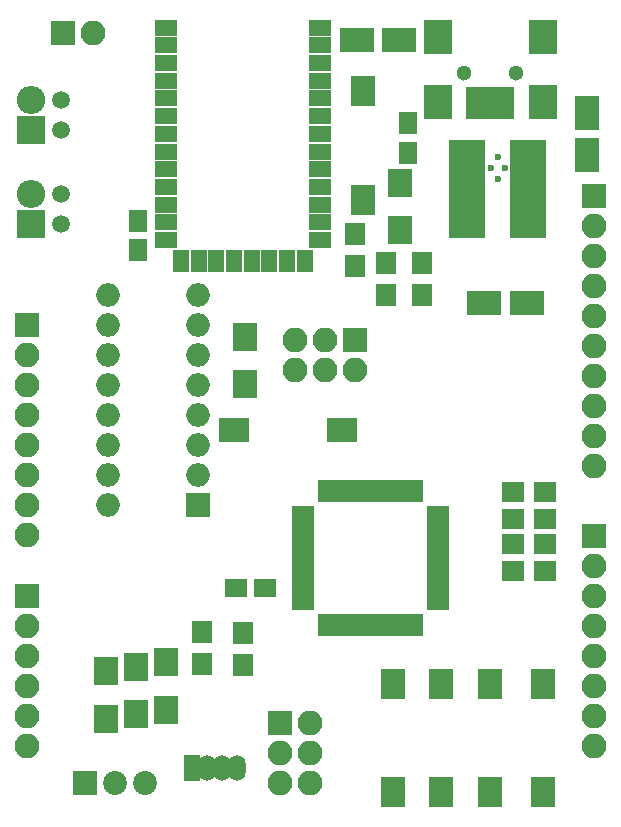
<source format=gbr>
G04 #@! TF.GenerationSoftware,KiCad,Pcbnew,(5.1.5)-3*
G04 #@! TF.CreationDate,2023-05-21T11:01:34-04:00*
G04 #@! TF.ProjectId,In_Board_Gnia,496e5f42-6f61-4726-945f-476e69612e6b,rev?*
G04 #@! TF.SameCoordinates,Original*
G04 #@! TF.FileFunction,Soldermask,Top*
G04 #@! TF.FilePolarity,Negative*
%FSLAX46Y46*%
G04 Gerber Fmt 4.6, Leading zero omitted, Abs format (unit mm)*
G04 Created by KiCad (PCBNEW (5.1.5)-3) date 2023-05-21 11:01:34*
%MOMM*%
%LPD*%
G04 APERTURE LIST*
%ADD10R,2.100000X2.100000*%
%ADD11O,2.100000X2.100000*%
%ADD12R,2.000000X3.000000*%
%ADD13R,3.000000X2.000000*%
%ADD14R,1.900000X1.650000*%
%ADD15R,1.650000X1.900000*%
%ADD16R,1.900000X1.700000*%
%ADD17R,1.470000X2.200000*%
%ADD18O,1.470000X2.200000*%
%ADD19R,1.700000X1.900000*%
%ADD20R,0.900000X2.700000*%
%ADD21R,2.400000X2.900000*%
%ADD22C,1.300000*%
%ADD23O,2.398980X2.398980*%
%ADD24R,2.398980X2.398980*%
%ADD25C,1.500000*%
%ADD26R,3.100000X8.400000*%
%ADD27R,2.100000X2.400000*%
%ADD28R,2.020000X2.020000*%
%ADD29C,2.020000*%
%ADD30R,2.000000X2.580000*%
%ADD31R,2.580000X2.000000*%
%ADD32C,0.600000*%
%ADD33R,2.000000X2.000000*%
%ADD34O,2.000000X2.000000*%
%ADD35R,1.900000X0.950000*%
%ADD36R,0.950000X1.900000*%
%ADD37R,1.900000X1.400000*%
%ADD38R,1.400000X1.900000*%
G04 APERTURE END LIST*
D10*
X80500000Y-99710000D03*
D11*
X80500000Y-102250000D03*
X80500000Y-104790000D03*
X80500000Y-107330000D03*
X80500000Y-109870000D03*
X80500000Y-112410000D03*
X80500000Y-114950000D03*
X80500000Y-117490000D03*
D12*
X79971900Y-67522500D03*
X79971900Y-63922500D03*
D13*
X60430000Y-57785000D03*
X64030000Y-57785000D03*
X71225000Y-80010000D03*
X74825000Y-80010000D03*
D14*
X50185000Y-104140000D03*
X52685000Y-104140000D03*
D15*
X41910000Y-73045000D03*
X41910000Y-75545000D03*
D16*
X73707000Y-102743000D03*
X76407000Y-102743000D03*
X73707000Y-100457000D03*
X76407000Y-100457000D03*
X73707000Y-98298000D03*
X76407000Y-98298000D03*
X73707000Y-96012000D03*
X76407000Y-96012000D03*
D17*
X46456600Y-119354600D03*
D18*
X47726600Y-119354600D03*
X48996600Y-119354600D03*
X50266600Y-119354600D03*
D19*
X65989200Y-79378800D03*
X65989200Y-76678800D03*
X62941200Y-79328000D03*
X62941200Y-76628000D03*
X50825400Y-107997000D03*
X50825400Y-110697000D03*
X47345600Y-107920800D03*
X47345600Y-110620800D03*
X60325000Y-76915000D03*
X60325000Y-74215000D03*
D10*
X80500000Y-70940000D03*
D11*
X80500000Y-73480000D03*
X80500000Y-76020000D03*
X80500000Y-78560000D03*
X80500000Y-81100000D03*
X80500000Y-83640000D03*
X80500000Y-86180000D03*
X80500000Y-88720000D03*
X80500000Y-91260000D03*
X80500000Y-93800000D03*
D10*
X32540000Y-81910000D03*
D11*
X32540000Y-84450000D03*
X32540000Y-86990000D03*
X32540000Y-89530000D03*
X32540000Y-92070000D03*
X32540000Y-94610000D03*
X32540000Y-97150000D03*
X32540000Y-99690000D03*
D20*
X73355000Y-63125000D03*
X72555000Y-63125000D03*
X71755000Y-63125000D03*
X70955000Y-63125000D03*
X70155000Y-63125000D03*
D21*
X76205000Y-63025000D03*
X76205000Y-57525000D03*
X67305000Y-63025000D03*
X67305000Y-57525000D03*
D22*
X73955000Y-60525000D03*
X69555000Y-60525000D03*
D10*
X32540000Y-104800000D03*
D11*
X32540000Y-107340000D03*
X32540000Y-109880000D03*
X32540000Y-112420000D03*
X32540000Y-114960000D03*
X32540000Y-117500000D03*
D23*
X32842200Y-62865000D03*
D24*
X32842200Y-65405000D03*
D25*
X35382200Y-65405000D03*
X35382200Y-62865000D03*
D23*
X32842200Y-70827900D03*
D24*
X32842200Y-73367900D03*
D25*
X35382200Y-73367900D03*
X35382200Y-70827900D03*
D10*
X60325000Y-83185000D03*
D11*
X60325000Y-85725000D03*
X57785000Y-83185000D03*
X57785000Y-85725000D03*
X55245000Y-83185000D03*
X55245000Y-85725000D03*
D10*
X53975000Y-115570000D03*
D11*
X56515000Y-115570000D03*
X53975000Y-118110000D03*
X56515000Y-118110000D03*
X53975000Y-120650000D03*
X56515000Y-120650000D03*
D10*
X35560000Y-57150000D03*
D11*
X38100000Y-57150000D03*
D26*
X74914600Y-70345300D03*
X69814600Y-70345300D03*
D27*
X39217600Y-115212880D03*
X39217600Y-111212880D03*
X41752520Y-114821720D03*
X41752520Y-110821720D03*
X44256960Y-114440720D03*
X44256960Y-110440720D03*
X51015900Y-86906100D03*
X51015900Y-82906100D03*
X64135000Y-69850000D03*
X64135000Y-73850000D03*
D28*
X37465000Y-120650000D03*
D29*
X40005000Y-120650000D03*
X42545000Y-120650000D03*
D30*
X63500000Y-112250000D03*
X63500000Y-121430000D03*
X67614800Y-112250000D03*
X67614800Y-121430000D03*
X71755000Y-112250000D03*
X71755000Y-121430000D03*
X76200000Y-112250000D03*
X76200000Y-121430000D03*
D31*
X59200000Y-90805000D03*
X50020000Y-90805000D03*
D30*
X60960000Y-62085000D03*
X60960000Y-71265000D03*
D32*
X72390000Y-69530000D03*
X72390000Y-67630000D03*
X72965000Y-68580000D03*
X71815000Y-68580000D03*
D33*
X46990000Y-97155000D03*
D34*
X39370000Y-79375000D03*
X46990000Y-94615000D03*
X39370000Y-81915000D03*
X46990000Y-92075000D03*
X39370000Y-84455000D03*
X46990000Y-89535000D03*
X39370000Y-86995000D03*
X46990000Y-86995000D03*
X39370000Y-89535000D03*
X46990000Y-84455000D03*
X39370000Y-92075000D03*
X46990000Y-81915000D03*
X39370000Y-94615000D03*
X46990000Y-79375000D03*
X39370000Y-97155000D03*
D35*
X55895000Y-97600000D03*
X55895000Y-98400000D03*
X55895000Y-99200000D03*
X55895000Y-100000000D03*
X55895000Y-100800000D03*
X55895000Y-101600000D03*
X55895000Y-102400000D03*
X55895000Y-103200000D03*
X55895000Y-104000000D03*
X55895000Y-104800000D03*
X55895000Y-105600000D03*
D36*
X57595000Y-107300000D03*
X58395000Y-107300000D03*
X59195000Y-107300000D03*
X59995000Y-107300000D03*
X60795000Y-107300000D03*
X61595000Y-107300000D03*
X62395000Y-107300000D03*
X63195000Y-107300000D03*
X63995000Y-107300000D03*
X64795000Y-107300000D03*
X65595000Y-107300000D03*
D35*
X67295000Y-105600000D03*
X67295000Y-104800000D03*
X67295000Y-104000000D03*
X67295000Y-103200000D03*
X67295000Y-102400000D03*
X67295000Y-101600000D03*
X67295000Y-100800000D03*
X67295000Y-100000000D03*
X67295000Y-99200000D03*
X67295000Y-98400000D03*
X67295000Y-97600000D03*
D36*
X65595000Y-95900000D03*
X64795000Y-95900000D03*
X63995000Y-95900000D03*
X63195000Y-95900000D03*
X62395000Y-95900000D03*
X61595000Y-95900000D03*
X60795000Y-95900000D03*
X59995000Y-95900000D03*
X59195000Y-95900000D03*
X58395000Y-95900000D03*
X57595000Y-95900000D03*
D37*
X57300000Y-56700000D03*
X57300000Y-58200000D03*
X57300000Y-59700000D03*
X57300000Y-61200000D03*
X57300000Y-62700000D03*
X57300000Y-64200000D03*
X57300000Y-65700000D03*
X57300000Y-67200000D03*
X57300000Y-68700000D03*
X57300000Y-70200000D03*
X57300000Y-71700000D03*
X57300000Y-73200000D03*
X57300000Y-74700000D03*
D38*
X45550000Y-76450000D03*
D37*
X44300000Y-74700000D03*
X44300000Y-73200000D03*
X44300000Y-71700000D03*
X44300000Y-70200000D03*
X44300000Y-68700000D03*
X44300000Y-67200000D03*
X44300000Y-65700000D03*
X44300000Y-64200000D03*
X44300000Y-62700000D03*
X44300000Y-61200000D03*
X44300000Y-59700000D03*
X44300000Y-58200000D03*
X44300000Y-56700000D03*
D38*
X47050000Y-76450000D03*
X48550000Y-76450000D03*
X50050000Y-76450000D03*
X51550000Y-76450000D03*
X53050000Y-76450000D03*
X54550000Y-76450000D03*
X56050000Y-76450000D03*
D15*
X64770000Y-64790000D03*
X64770000Y-67290000D03*
M02*

</source>
